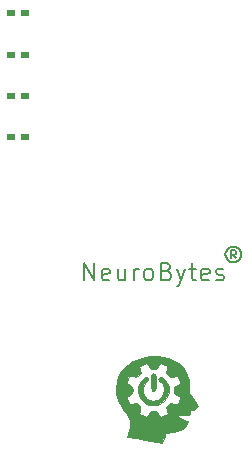
<source format=gbr>
G04 #@! TF.FileFunction,Soldermask,Top*
%FSLAX46Y46*%
G04 Gerber Fmt 4.6, Leading zero omitted, Abs format (unit mm)*
G04 Created by KiCad (PCBNEW 4.0.7-e2-6376~58~ubuntu14.04.1) date Wed Aug  8 12:01:23 2018*
%MOMM*%
%LPD*%
G01*
G04 APERTURE LIST*
%ADD10C,0.100000*%
%ADD11C,0.210000*%
%ADD12C,0.140000*%
%ADD13C,0.010000*%
%ADD14R,0.800000X0.500000*%
G04 APERTURE END LIST*
D10*
D11*
X124107107Y-84128571D02*
X124107107Y-82628571D01*
X124964250Y-84128571D01*
X124964250Y-82628571D01*
X126249964Y-84057143D02*
X126107107Y-84128571D01*
X125821393Y-84128571D01*
X125678536Y-84057143D01*
X125607107Y-83914286D01*
X125607107Y-83342857D01*
X125678536Y-83200000D01*
X125821393Y-83128571D01*
X126107107Y-83128571D01*
X126249964Y-83200000D01*
X126321393Y-83342857D01*
X126321393Y-83485714D01*
X125607107Y-83628571D01*
X127607107Y-83128571D02*
X127607107Y-84128571D01*
X126964250Y-83128571D02*
X126964250Y-83914286D01*
X127035678Y-84057143D01*
X127178536Y-84128571D01*
X127392821Y-84128571D01*
X127535678Y-84057143D01*
X127607107Y-83985714D01*
X128321393Y-84128571D02*
X128321393Y-83128571D01*
X128321393Y-83414286D02*
X128392821Y-83271429D01*
X128464250Y-83200000D01*
X128607107Y-83128571D01*
X128749964Y-83128571D01*
X129464250Y-84128571D02*
X129321392Y-84057143D01*
X129249964Y-83985714D01*
X129178535Y-83842857D01*
X129178535Y-83414286D01*
X129249964Y-83271429D01*
X129321392Y-83200000D01*
X129464250Y-83128571D01*
X129678535Y-83128571D01*
X129821392Y-83200000D01*
X129892821Y-83271429D01*
X129964250Y-83414286D01*
X129964250Y-83842857D01*
X129892821Y-83985714D01*
X129821392Y-84057143D01*
X129678535Y-84128571D01*
X129464250Y-84128571D01*
X131107107Y-83342857D02*
X131321393Y-83414286D01*
X131392821Y-83485714D01*
X131464250Y-83628571D01*
X131464250Y-83842857D01*
X131392821Y-83985714D01*
X131321393Y-84057143D01*
X131178535Y-84128571D01*
X130607107Y-84128571D01*
X130607107Y-82628571D01*
X131107107Y-82628571D01*
X131249964Y-82700000D01*
X131321393Y-82771429D01*
X131392821Y-82914286D01*
X131392821Y-83057143D01*
X131321393Y-83200000D01*
X131249964Y-83271429D01*
X131107107Y-83342857D01*
X130607107Y-83342857D01*
X131964250Y-83128571D02*
X132321393Y-84128571D01*
X132678535Y-83128571D02*
X132321393Y-84128571D01*
X132178535Y-84485714D01*
X132107107Y-84557143D01*
X131964250Y-84628571D01*
X133035678Y-83128571D02*
X133607107Y-83128571D01*
X133249964Y-82628571D02*
X133249964Y-83914286D01*
X133321392Y-84057143D01*
X133464250Y-84128571D01*
X133607107Y-84128571D01*
X134678535Y-84057143D02*
X134535678Y-84128571D01*
X134249964Y-84128571D01*
X134107107Y-84057143D01*
X134035678Y-83914286D01*
X134035678Y-83342857D01*
X134107107Y-83200000D01*
X134249964Y-83128571D01*
X134535678Y-83128571D01*
X134678535Y-83200000D01*
X134749964Y-83342857D01*
X134749964Y-83485714D01*
X134035678Y-83628571D01*
X135321392Y-84057143D02*
X135464249Y-84128571D01*
X135749964Y-84128571D01*
X135892821Y-84057143D01*
X135964249Y-83914286D01*
X135964249Y-83842857D01*
X135892821Y-83700000D01*
X135749964Y-83628571D01*
X135535678Y-83628571D01*
X135392821Y-83557143D01*
X135321392Y-83414286D01*
X135321392Y-83342857D01*
X135392821Y-83200000D01*
X135535678Y-83128571D01*
X135749964Y-83128571D01*
X135892821Y-83200000D01*
D12*
X136988059Y-82259524D02*
X136749964Y-81973810D01*
X136559488Y-82259524D02*
X136559488Y-81592857D01*
X136845202Y-81592857D01*
X136940440Y-81640476D01*
X136988059Y-81735714D01*
X136988059Y-81830952D01*
X136940440Y-81926190D01*
X136845202Y-81973810D01*
X136559488Y-81973810D01*
X136749964Y-81259524D02*
X136511869Y-81307143D01*
X136273773Y-81450000D01*
X136130916Y-81688095D01*
X136083297Y-81926190D01*
X136130916Y-82164286D01*
X136273773Y-82402381D01*
X136511869Y-82545238D01*
X136749964Y-82592857D01*
X136988059Y-82545238D01*
X137226154Y-82402381D01*
X137369011Y-82164286D01*
X137416631Y-81926190D01*
X137369011Y-81688095D01*
X137226154Y-81450000D01*
X136988059Y-81307143D01*
X136749964Y-81259524D01*
D13*
G36*
X130785871Y-90588518D02*
X131220827Y-90705285D01*
X131661102Y-90887819D01*
X131704495Y-90908826D01*
X132123863Y-91151286D01*
X132454349Y-91428864D01*
X132700950Y-91750221D01*
X132868662Y-92124019D01*
X132962483Y-92558919D01*
X132987409Y-93063582D01*
X132985981Y-93130177D01*
X132971764Y-93633439D01*
X133307998Y-94088219D01*
X133488162Y-94334491D01*
X133613546Y-94514687D01*
X133691546Y-94643081D01*
X133729560Y-94733950D01*
X133734987Y-94801567D01*
X133715223Y-94860208D01*
X133711633Y-94867091D01*
X133633494Y-94942554D01*
X133496244Y-95023652D01*
X133339286Y-95091166D01*
X133202022Y-95125875D01*
X133178401Y-95127200D01*
X133122013Y-95174428D01*
X133078703Y-95301871D01*
X133073364Y-95330400D01*
X133039033Y-95533600D01*
X132014253Y-95533600D01*
X132128750Y-95655476D01*
X132235659Y-95740177D01*
X132399073Y-95838407D01*
X132556705Y-95916405D01*
X132717211Y-95988605D01*
X132836299Y-96044051D01*
X132888077Y-96070675D01*
X132878108Y-96120839D01*
X132834264Y-96236274D01*
X132775661Y-96370569D01*
X132691117Y-96526591D01*
X132588447Y-96646275D01*
X132451094Y-96737832D01*
X132262501Y-96809475D01*
X132006112Y-96869413D01*
X131665371Y-96925858D01*
X131651999Y-96927829D01*
X131422397Y-96965104D01*
X131229417Y-97003028D01*
X131095727Y-97036732D01*
X131046053Y-97057990D01*
X131008548Y-97126326D01*
X130951590Y-97265195D01*
X130885814Y-97448089D01*
X130867217Y-97503723D01*
X130736564Y-97901274D01*
X129271649Y-97635889D01*
X128899330Y-97567931D01*
X128560587Y-97505125D01*
X128268005Y-97449883D01*
X128034167Y-97404617D01*
X127871656Y-97371736D01*
X127793057Y-97353653D01*
X127787802Y-97351572D01*
X127792167Y-97297365D01*
X127821813Y-97173458D01*
X127870301Y-97006737D01*
X127969525Y-96632415D01*
X128009209Y-96312810D01*
X127984971Y-96023682D01*
X127892424Y-95740793D01*
X127727186Y-95439905D01*
X127537504Y-95166969D01*
X127305328Y-94839792D01*
X127132785Y-94557638D01*
X127008222Y-94293140D01*
X126919982Y-94018929D01*
X126856411Y-93707638D01*
X126825794Y-93495802D01*
X126821436Y-93134774D01*
X126879253Y-92797190D01*
X127713964Y-92797190D01*
X127753895Y-92845878D01*
X127857331Y-92925838D01*
X127967964Y-92998426D01*
X128110321Y-93090431D01*
X128186150Y-93163747D01*
X128216385Y-93251393D01*
X128221956Y-93386384D01*
X128221964Y-93399061D01*
X128217266Y-93538535D01*
X128189428Y-93629387D01*
X128117834Y-93704677D01*
X127981869Y-93797468D01*
X127967964Y-93806400D01*
X127832486Y-93899415D01*
X127740339Y-93974314D01*
X127713964Y-94008574D01*
X127733126Y-94072552D01*
X127782943Y-94199393D01*
X127840772Y-94334494D01*
X127902840Y-94474239D01*
X127954406Y-94557582D01*
X128019827Y-94592415D01*
X128123458Y-94586631D01*
X128289657Y-94548121D01*
X128407493Y-94518137D01*
X128512665Y-94502365D01*
X128597389Y-94529514D01*
X128697348Y-94614929D01*
X128743811Y-94662767D01*
X128851558Y-94789928D01*
X128892848Y-94886284D01*
X128884130Y-94974800D01*
X128826973Y-95186693D01*
X128805034Y-95325230D01*
X128825150Y-95414613D01*
X128894160Y-95479041D01*
X129018904Y-95542716D01*
X129048449Y-95556260D01*
X129203631Y-95623413D01*
X129325209Y-95669278D01*
X129373306Y-95681837D01*
X129429706Y-95644044D01*
X129514961Y-95541888D01*
X129588737Y-95432000D01*
X129680508Y-95289778D01*
X129753647Y-95213954D01*
X129841550Y-95183655D01*
X129977610Y-95178011D01*
X129995137Y-95178000D01*
X130137130Y-95182229D01*
X130228137Y-95208736D01*
X130301083Y-95278246D01*
X130388893Y-95411486D01*
X130403376Y-95434988D01*
X130486803Y-95565762D01*
X130555976Y-95639044D01*
X130636199Y-95658912D01*
X130752773Y-95629441D01*
X130931003Y-95554707D01*
X130988551Y-95529256D01*
X131206067Y-95433039D01*
X131070201Y-94848563D01*
X131428553Y-94481577D01*
X131716820Y-94548586D01*
X131876880Y-94578904D01*
X131994306Y-94588363D01*
X132036286Y-94579298D01*
X132071964Y-94513697D01*
X132127050Y-94388476D01*
X132156898Y-94314400D01*
X132214281Y-94167932D01*
X132257416Y-94058261D01*
X132268617Y-94030003D01*
X132240156Y-93977329D01*
X132143974Y-93894052D01*
X132009043Y-93803369D01*
X131857021Y-93707695D01*
X131772678Y-93635040D01*
X131736091Y-93556954D01*
X131727339Y-93444990D01*
X131727164Y-93400818D01*
X131735148Y-93251556D01*
X131772752Y-93163622D01*
X131860451Y-93097155D01*
X131892264Y-93079406D01*
X132040794Y-92991387D01*
X132171420Y-92902731D01*
X132174648Y-92900284D01*
X132291933Y-92810860D01*
X132154806Y-92494673D01*
X132069497Y-92316398D01*
X132002254Y-92222938D01*
X131943378Y-92201378D01*
X131935922Y-92203155D01*
X131837792Y-92228924D01*
X131687974Y-92264475D01*
X131625564Y-92278551D01*
X131480327Y-92304808D01*
X131385637Y-92291740D01*
X131294196Y-92225587D01*
X131230099Y-92163528D01*
X131063235Y-91997778D01*
X131137331Y-91680161D01*
X131175711Y-91508049D01*
X131187772Y-91409177D01*
X131170931Y-91357993D01*
X131122607Y-91328949D01*
X131100995Y-91320509D01*
X130982176Y-91273514D01*
X130828038Y-91210469D01*
X130793860Y-91196237D01*
X130667819Y-91145319D01*
X130588126Y-91116455D01*
X130577490Y-91114000D01*
X130542636Y-91153566D01*
X130472383Y-91256146D01*
X130401537Y-91368000D01*
X130309830Y-91510184D01*
X130236737Y-91586008D01*
X130148759Y-91616324D01*
X130012393Y-91621986D01*
X129993508Y-91622000D01*
X129850252Y-91617744D01*
X129758555Y-91591155D01*
X129685041Y-91521493D01*
X129596335Y-91388022D01*
X129583346Y-91367153D01*
X129499702Y-91237242D01*
X129430687Y-91164823D01*
X129350721Y-91145760D01*
X129234225Y-91175920D01*
X129055622Y-91251168D01*
X129004828Y-91273640D01*
X128874423Y-91338105D01*
X128793942Y-91390962D01*
X128781366Y-91408477D01*
X128793840Y-91474120D01*
X128825189Y-91604002D01*
X128851748Y-91706272D01*
X128921526Y-91968344D01*
X128736845Y-92147624D01*
X128552164Y-92326905D01*
X128257645Y-92257872D01*
X127963127Y-92188840D01*
X127838545Y-92470541D01*
X127772264Y-92627351D01*
X127727078Y-92747523D01*
X127713964Y-92797190D01*
X126879253Y-92797190D01*
X126888872Y-92741032D01*
X127018463Y-92342615D01*
X127200568Y-91967564D01*
X127425546Y-91643916D01*
X127485885Y-91575898D01*
X127853319Y-91250835D01*
X128292037Y-90975061D01*
X128780472Y-90756621D01*
X129297057Y-90603559D01*
X129820225Y-90523920D01*
X130306543Y-90523833D01*
X130785871Y-90588518D01*
X130785871Y-90588518D01*
G37*
X130785871Y-90588518D02*
X131220827Y-90705285D01*
X131661102Y-90887819D01*
X131704495Y-90908826D01*
X132123863Y-91151286D01*
X132454349Y-91428864D01*
X132700950Y-91750221D01*
X132868662Y-92124019D01*
X132962483Y-92558919D01*
X132987409Y-93063582D01*
X132985981Y-93130177D01*
X132971764Y-93633439D01*
X133307998Y-94088219D01*
X133488162Y-94334491D01*
X133613546Y-94514687D01*
X133691546Y-94643081D01*
X133729560Y-94733950D01*
X133734987Y-94801567D01*
X133715223Y-94860208D01*
X133711633Y-94867091D01*
X133633494Y-94942554D01*
X133496244Y-95023652D01*
X133339286Y-95091166D01*
X133202022Y-95125875D01*
X133178401Y-95127200D01*
X133122013Y-95174428D01*
X133078703Y-95301871D01*
X133073364Y-95330400D01*
X133039033Y-95533600D01*
X132014253Y-95533600D01*
X132128750Y-95655476D01*
X132235659Y-95740177D01*
X132399073Y-95838407D01*
X132556705Y-95916405D01*
X132717211Y-95988605D01*
X132836299Y-96044051D01*
X132888077Y-96070675D01*
X132878108Y-96120839D01*
X132834264Y-96236274D01*
X132775661Y-96370569D01*
X132691117Y-96526591D01*
X132588447Y-96646275D01*
X132451094Y-96737832D01*
X132262501Y-96809475D01*
X132006112Y-96869413D01*
X131665371Y-96925858D01*
X131651999Y-96927829D01*
X131422397Y-96965104D01*
X131229417Y-97003028D01*
X131095727Y-97036732D01*
X131046053Y-97057990D01*
X131008548Y-97126326D01*
X130951590Y-97265195D01*
X130885814Y-97448089D01*
X130867217Y-97503723D01*
X130736564Y-97901274D01*
X129271649Y-97635889D01*
X128899330Y-97567931D01*
X128560587Y-97505125D01*
X128268005Y-97449883D01*
X128034167Y-97404617D01*
X127871656Y-97371736D01*
X127793057Y-97353653D01*
X127787802Y-97351572D01*
X127792167Y-97297365D01*
X127821813Y-97173458D01*
X127870301Y-97006737D01*
X127969525Y-96632415D01*
X128009209Y-96312810D01*
X127984971Y-96023682D01*
X127892424Y-95740793D01*
X127727186Y-95439905D01*
X127537504Y-95166969D01*
X127305328Y-94839792D01*
X127132785Y-94557638D01*
X127008222Y-94293140D01*
X126919982Y-94018929D01*
X126856411Y-93707638D01*
X126825794Y-93495802D01*
X126821436Y-93134774D01*
X126879253Y-92797190D01*
X127713964Y-92797190D01*
X127753895Y-92845878D01*
X127857331Y-92925838D01*
X127967964Y-92998426D01*
X128110321Y-93090431D01*
X128186150Y-93163747D01*
X128216385Y-93251393D01*
X128221956Y-93386384D01*
X128221964Y-93399061D01*
X128217266Y-93538535D01*
X128189428Y-93629387D01*
X128117834Y-93704677D01*
X127981869Y-93797468D01*
X127967964Y-93806400D01*
X127832486Y-93899415D01*
X127740339Y-93974314D01*
X127713964Y-94008574D01*
X127733126Y-94072552D01*
X127782943Y-94199393D01*
X127840772Y-94334494D01*
X127902840Y-94474239D01*
X127954406Y-94557582D01*
X128019827Y-94592415D01*
X128123458Y-94586631D01*
X128289657Y-94548121D01*
X128407493Y-94518137D01*
X128512665Y-94502365D01*
X128597389Y-94529514D01*
X128697348Y-94614929D01*
X128743811Y-94662767D01*
X128851558Y-94789928D01*
X128892848Y-94886284D01*
X128884130Y-94974800D01*
X128826973Y-95186693D01*
X128805034Y-95325230D01*
X128825150Y-95414613D01*
X128894160Y-95479041D01*
X129018904Y-95542716D01*
X129048449Y-95556260D01*
X129203631Y-95623413D01*
X129325209Y-95669278D01*
X129373306Y-95681837D01*
X129429706Y-95644044D01*
X129514961Y-95541888D01*
X129588737Y-95432000D01*
X129680508Y-95289778D01*
X129753647Y-95213954D01*
X129841550Y-95183655D01*
X129977610Y-95178011D01*
X129995137Y-95178000D01*
X130137130Y-95182229D01*
X130228137Y-95208736D01*
X130301083Y-95278246D01*
X130388893Y-95411486D01*
X130403376Y-95434988D01*
X130486803Y-95565762D01*
X130555976Y-95639044D01*
X130636199Y-95658912D01*
X130752773Y-95629441D01*
X130931003Y-95554707D01*
X130988551Y-95529256D01*
X131206067Y-95433039D01*
X131070201Y-94848563D01*
X131428553Y-94481577D01*
X131716820Y-94548586D01*
X131876880Y-94578904D01*
X131994306Y-94588363D01*
X132036286Y-94579298D01*
X132071964Y-94513697D01*
X132127050Y-94388476D01*
X132156898Y-94314400D01*
X132214281Y-94167932D01*
X132257416Y-94058261D01*
X132268617Y-94030003D01*
X132240156Y-93977329D01*
X132143974Y-93894052D01*
X132009043Y-93803369D01*
X131857021Y-93707695D01*
X131772678Y-93635040D01*
X131736091Y-93556954D01*
X131727339Y-93444990D01*
X131727164Y-93400818D01*
X131735148Y-93251556D01*
X131772752Y-93163622D01*
X131860451Y-93097155D01*
X131892264Y-93079406D01*
X132040794Y-92991387D01*
X132171420Y-92902731D01*
X132174648Y-92900284D01*
X132291933Y-92810860D01*
X132154806Y-92494673D01*
X132069497Y-92316398D01*
X132002254Y-92222938D01*
X131943378Y-92201378D01*
X131935922Y-92203155D01*
X131837792Y-92228924D01*
X131687974Y-92264475D01*
X131625564Y-92278551D01*
X131480327Y-92304808D01*
X131385637Y-92291740D01*
X131294196Y-92225587D01*
X131230099Y-92163528D01*
X131063235Y-91997778D01*
X131137331Y-91680161D01*
X131175711Y-91508049D01*
X131187772Y-91409177D01*
X131170931Y-91357993D01*
X131122607Y-91328949D01*
X131100995Y-91320509D01*
X130982176Y-91273514D01*
X130828038Y-91210469D01*
X130793860Y-91196237D01*
X130667819Y-91145319D01*
X130588126Y-91116455D01*
X130577490Y-91114000D01*
X130542636Y-91153566D01*
X130472383Y-91256146D01*
X130401537Y-91368000D01*
X130309830Y-91510184D01*
X130236737Y-91586008D01*
X130148759Y-91616324D01*
X130012393Y-91621986D01*
X129993508Y-91622000D01*
X129850252Y-91617744D01*
X129758555Y-91591155D01*
X129685041Y-91521493D01*
X129596335Y-91388022D01*
X129583346Y-91367153D01*
X129499702Y-91237242D01*
X129430687Y-91164823D01*
X129350721Y-91145760D01*
X129234225Y-91175920D01*
X129055622Y-91251168D01*
X129004828Y-91273640D01*
X128874423Y-91338105D01*
X128793942Y-91390962D01*
X128781366Y-91408477D01*
X128793840Y-91474120D01*
X128825189Y-91604002D01*
X128851748Y-91706272D01*
X128921526Y-91968344D01*
X128736845Y-92147624D01*
X128552164Y-92326905D01*
X128257645Y-92257872D01*
X127963127Y-92188840D01*
X127838545Y-92470541D01*
X127772264Y-92627351D01*
X127727078Y-92747523D01*
X127713964Y-92797190D01*
X126879253Y-92797190D01*
X126888872Y-92741032D01*
X127018463Y-92342615D01*
X127200568Y-91967564D01*
X127425546Y-91643916D01*
X127485885Y-91575898D01*
X127853319Y-91250835D01*
X128292037Y-90975061D01*
X128780472Y-90756621D01*
X129297057Y-90603559D01*
X129820225Y-90523920D01*
X130306543Y-90523833D01*
X130785871Y-90588518D01*
G36*
X130720609Y-92321946D02*
X130842085Y-92425192D01*
X130974075Y-92569047D01*
X131095425Y-92730419D01*
X131184981Y-92886218D01*
X131185999Y-92888450D01*
X131284554Y-93214201D01*
X131292210Y-93534302D01*
X131219516Y-93837533D01*
X131077021Y-94112678D01*
X130875275Y-94348519D01*
X130624824Y-94533837D01*
X130336219Y-94657414D01*
X130020009Y-94708033D01*
X129686741Y-94674476D01*
X129545485Y-94633029D01*
X129299850Y-94501863D01*
X129067169Y-94299173D01*
X128875220Y-94053950D01*
X128756390Y-93809491D01*
X128694709Y-93473484D01*
X128722826Y-93134790D01*
X128834413Y-92815702D01*
X129023143Y-92538512D01*
X129151761Y-92416634D01*
X129280914Y-92323251D01*
X129367709Y-92294438D01*
X129430933Y-92315062D01*
X129517249Y-92406569D01*
X129516037Y-92523532D01*
X129426013Y-92674547D01*
X129366806Y-92744250D01*
X129207795Y-92945222D01*
X129119803Y-93130619D01*
X129087009Y-93337607D01*
X129085564Y-93404938D01*
X129130739Y-93696619D01*
X129255705Y-93943514D01*
X129444621Y-94135146D01*
X129681647Y-94261041D01*
X129950942Y-94310722D01*
X130236666Y-94273714D01*
X130342636Y-94236262D01*
X130561767Y-94119232D01*
X130714231Y-93966588D01*
X130818822Y-93781000D01*
X130900917Y-93491072D01*
X130883756Y-93205080D01*
X130769470Y-92933501D01*
X130604764Y-92728901D01*
X130494848Y-92612454D01*
X130422801Y-92521507D01*
X130406364Y-92487265D01*
X130445055Y-92407835D01*
X130531515Y-92326256D01*
X130621318Y-92283078D01*
X130630799Y-92282400D01*
X130720609Y-92321946D01*
X130720609Y-92321946D01*
G37*
X130720609Y-92321946D02*
X130842085Y-92425192D01*
X130974075Y-92569047D01*
X131095425Y-92730419D01*
X131184981Y-92886218D01*
X131185999Y-92888450D01*
X131284554Y-93214201D01*
X131292210Y-93534302D01*
X131219516Y-93837533D01*
X131077021Y-94112678D01*
X130875275Y-94348519D01*
X130624824Y-94533837D01*
X130336219Y-94657414D01*
X130020009Y-94708033D01*
X129686741Y-94674476D01*
X129545485Y-94633029D01*
X129299850Y-94501863D01*
X129067169Y-94299173D01*
X128875220Y-94053950D01*
X128756390Y-93809491D01*
X128694709Y-93473484D01*
X128722826Y-93134790D01*
X128834413Y-92815702D01*
X129023143Y-92538512D01*
X129151761Y-92416634D01*
X129280914Y-92323251D01*
X129367709Y-92294438D01*
X129430933Y-92315062D01*
X129517249Y-92406569D01*
X129516037Y-92523532D01*
X129426013Y-92674547D01*
X129366806Y-92744250D01*
X129207795Y-92945222D01*
X129119803Y-93130619D01*
X129087009Y-93337607D01*
X129085564Y-93404938D01*
X129130739Y-93696619D01*
X129255705Y-93943514D01*
X129444621Y-94135146D01*
X129681647Y-94261041D01*
X129950942Y-94310722D01*
X130236666Y-94273714D01*
X130342636Y-94236262D01*
X130561767Y-94119232D01*
X130714231Y-93966588D01*
X130818822Y-93781000D01*
X130900917Y-93491072D01*
X130883756Y-93205080D01*
X130769470Y-92933501D01*
X130604764Y-92728901D01*
X130494848Y-92612454D01*
X130422801Y-92521507D01*
X130406364Y-92487265D01*
X130445055Y-92407835D01*
X130531515Y-92326256D01*
X130621318Y-92283078D01*
X130630799Y-92282400D01*
X130720609Y-92321946D01*
G36*
X130064624Y-92010641D02*
X130123335Y-92057428D01*
X130162526Y-92148547D01*
X130190135Y-92314614D01*
X130206161Y-92529638D01*
X130210605Y-92767628D01*
X130203466Y-93002595D01*
X130184745Y-93208548D01*
X130154441Y-93359496D01*
X130123335Y-93421771D01*
X130003151Y-93495679D01*
X129890406Y-93468524D01*
X129857724Y-93440640D01*
X129827339Y-93356973D01*
X129807402Y-93176201D01*
X129797772Y-92896691D01*
X129796764Y-92739600D01*
X129800412Y-92440427D01*
X129813591Y-92228810D01*
X129839654Y-92090893D01*
X129881951Y-92012820D01*
X129943835Y-91980734D01*
X129981095Y-91977600D01*
X130064624Y-92010641D01*
X130064624Y-92010641D01*
G37*
X130064624Y-92010641D02*
X130123335Y-92057428D01*
X130162526Y-92148547D01*
X130190135Y-92314614D01*
X130206161Y-92529638D01*
X130210605Y-92767628D01*
X130203466Y-93002595D01*
X130184745Y-93208548D01*
X130154441Y-93359496D01*
X130123335Y-93421771D01*
X130003151Y-93495679D01*
X129890406Y-93468524D01*
X129857724Y-93440640D01*
X129827339Y-93356973D01*
X129807402Y-93176201D01*
X129797772Y-92896691D01*
X129796764Y-92739600D01*
X129800412Y-92440427D01*
X129813591Y-92228810D01*
X129839654Y-92090893D01*
X129881951Y-92012820D01*
X129943835Y-91980734D01*
X129981095Y-91977600D01*
X130064624Y-92010641D01*
D14*
X117899964Y-61500000D03*
X119099964Y-61500000D03*
X117899964Y-65000000D03*
X119099964Y-65000000D03*
X117899964Y-68500000D03*
X119099964Y-68500000D03*
X117899964Y-72000000D03*
X119099964Y-72000000D03*
M02*

</source>
